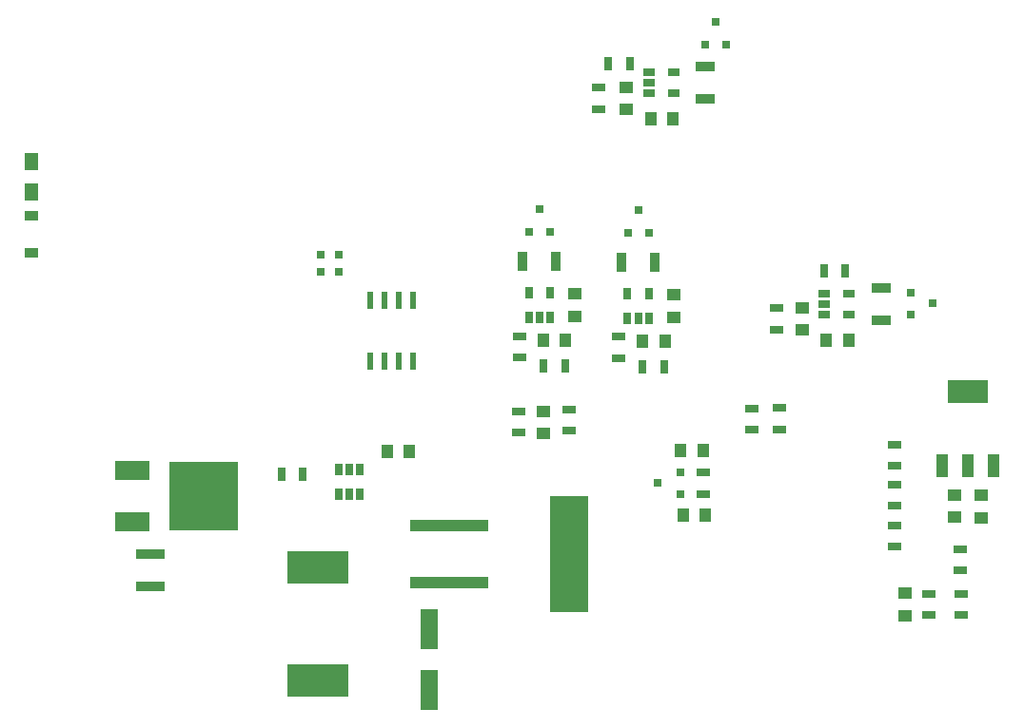
<source format=gbp>
G04 #@! TF.FileFunction,Paste,Bot*
%FSLAX46Y46*%
G04 Gerber Fmt 4.6, Leading zero omitted, Abs format (unit mm)*
G04 Created by KiCad (PCBNEW 4.0.5) date 02/02/17 00:28:59*
%MOMM*%
%LPD*%
G01*
G04 APERTURE LIST*
%ADD10C,0.100000*%
%ADD11R,1.600200X3.599180*%
%ADD12R,1.700000X0.900000*%
%ADD13R,1.300000X0.700000*%
%ADD14R,0.700000X1.300000*%
%ADD15R,1.250000X1.000000*%
%ADD16R,1.000000X1.250000*%
%ADD17R,1.060000X0.650000*%
%ADD18R,0.650000X1.060000*%
%ADD19R,0.900000X1.700000*%
%ADD20R,5.400040X2.900680*%
%ADD21R,3.500120X10.408920*%
%ADD22R,7.010400X1.099820*%
%ADD23R,3.048000X1.651000*%
%ADD24R,6.096000X6.096000*%
%ADD25R,1.220000X0.910000*%
%ADD26R,1.300000X1.500000*%
%ADD27R,0.600000X1.550000*%
%ADD28R,0.800100X0.800100*%
%ADD29R,0.750000X0.800000*%
%ADD30R,3.657600X2.032000*%
%ADD31R,1.016000X2.032000*%
%ADD32R,2.500000X0.900000*%
G04 APERTURE END LIST*
D10*
D11*
X132790000Y-106218360D03*
X132790000Y-111720000D03*
D12*
X172940000Y-78750000D03*
X172940000Y-75850000D03*
D13*
X149580000Y-82110000D03*
X149580000Y-80210000D03*
D14*
X148710000Y-55920000D03*
X150610000Y-55920000D03*
D12*
X157310000Y-59030000D03*
X157310000Y-56130000D03*
D15*
X165940000Y-77600000D03*
X165940000Y-79600000D03*
D16*
X168090000Y-80550000D03*
X170090000Y-80550000D03*
D17*
X167940000Y-78250000D03*
X167940000Y-77300000D03*
X167940000Y-76350000D03*
X170140000Y-76350000D03*
X170140000Y-78250000D03*
D14*
X169790000Y-74300000D03*
X167890000Y-74300000D03*
D13*
X163640000Y-77650000D03*
X163640000Y-79550000D03*
D14*
X151760000Y-82870000D03*
X153660000Y-82870000D03*
D15*
X150260000Y-57980000D03*
X150260000Y-59980000D03*
D17*
X152310000Y-58530000D03*
X152310000Y-57580000D03*
X152310000Y-56630000D03*
X154510000Y-56630000D03*
X154510000Y-58530000D03*
D16*
X151760000Y-80570000D03*
X153760000Y-80570000D03*
D18*
X152310000Y-78570000D03*
X151360000Y-78570000D03*
X150410000Y-78570000D03*
X150410000Y-76370000D03*
X152310000Y-76370000D03*
D13*
X147860000Y-58030000D03*
X147860000Y-59930000D03*
D14*
X142950000Y-82800000D03*
X144850000Y-82800000D03*
D15*
X145750000Y-78400000D03*
X145750000Y-76400000D03*
D13*
X140800000Y-82050000D03*
X140800000Y-80150000D03*
D19*
X144000000Y-73500000D03*
X141100000Y-73500000D03*
D18*
X143550000Y-78500000D03*
X142600000Y-78500000D03*
X141650000Y-78500000D03*
X141650000Y-76300000D03*
X143550000Y-76300000D03*
D16*
X142900000Y-80500000D03*
X144900000Y-80500000D03*
X152460000Y-60780000D03*
X154460000Y-60780000D03*
D19*
X152810000Y-73570000D03*
X149910000Y-73570000D03*
D13*
X163900000Y-88450000D03*
X163900000Y-86550000D03*
D20*
X122850000Y-110800000D03*
X122850000Y-100797480D03*
D21*
X145250000Y-99600000D03*
D22*
X134559140Y-102140000D03*
X134559140Y-97060000D03*
D15*
X154510000Y-78470000D03*
X154510000Y-76470000D03*
X142950000Y-88850000D03*
X142950000Y-86850000D03*
D13*
X145200000Y-88600000D03*
X145200000Y-86700000D03*
D23*
X106350000Y-96686000D03*
D24*
X112700000Y-94400000D03*
D23*
X106350000Y-92114000D03*
D25*
X97400000Y-72700000D03*
X97400000Y-69430000D03*
D13*
X140700000Y-88750000D03*
X140700000Y-86850000D03*
D16*
X157350000Y-96100000D03*
X155350000Y-96100000D03*
X157150000Y-90300000D03*
X155150000Y-90300000D03*
D26*
X97400000Y-67304000D03*
X97400000Y-64604000D03*
D13*
X157150000Y-92300000D03*
X157150000Y-94200000D03*
D27*
X127510000Y-76950000D03*
X128780000Y-76950000D03*
X130050000Y-76950000D03*
X131320000Y-76950000D03*
X131320000Y-82350000D03*
X130050000Y-82350000D03*
X128780000Y-82350000D03*
X127510000Y-82350000D03*
D28*
X155100000Y-92300000D03*
X155100000Y-94200000D03*
X153101020Y-93250000D03*
D29*
X124750000Y-72900000D03*
X124750000Y-74400000D03*
X123150000Y-72900000D03*
X123150000Y-74400000D03*
D16*
X129000000Y-90450000D03*
X131000000Y-90450000D03*
D13*
X161450000Y-88500000D03*
X161450000Y-86600000D03*
D14*
X119600000Y-92500000D03*
X121500000Y-92500000D03*
D28*
X152360000Y-70920000D03*
X150460000Y-70920000D03*
X151410000Y-68921020D03*
X143550000Y-70850760D03*
X141650000Y-70850760D03*
X142600000Y-68851780D03*
X159220000Y-54150000D03*
X157320000Y-54150000D03*
X158270000Y-52151020D03*
X175589240Y-78200000D03*
X175589240Y-76300000D03*
X177588220Y-77250000D03*
D13*
X180060000Y-105000000D03*
X180060000Y-103100000D03*
X180050000Y-99140000D03*
X180050000Y-101040000D03*
X177250000Y-103100000D03*
X177250000Y-105000000D03*
X174180000Y-91700000D03*
X174180000Y-89800000D03*
X174180000Y-98920000D03*
X174180000Y-97020000D03*
X174180000Y-93390000D03*
X174180000Y-95290000D03*
D18*
X126610000Y-94260000D03*
X125660000Y-94260000D03*
X124710000Y-94260000D03*
X124710000Y-92060000D03*
X126610000Y-92060000D03*
X125660000Y-92060000D03*
D15*
X175130000Y-103050000D03*
X175130000Y-105050000D03*
D30*
X180700000Y-85070000D03*
D31*
X180700000Y-91674000D03*
X178414000Y-91674000D03*
X182986000Y-91674000D03*
D15*
X179480000Y-94310000D03*
X179480000Y-96310000D03*
X181900000Y-94330000D03*
X181900000Y-96330000D03*
D32*
X107990000Y-102470000D03*
X107990000Y-99570000D03*
M02*

</source>
